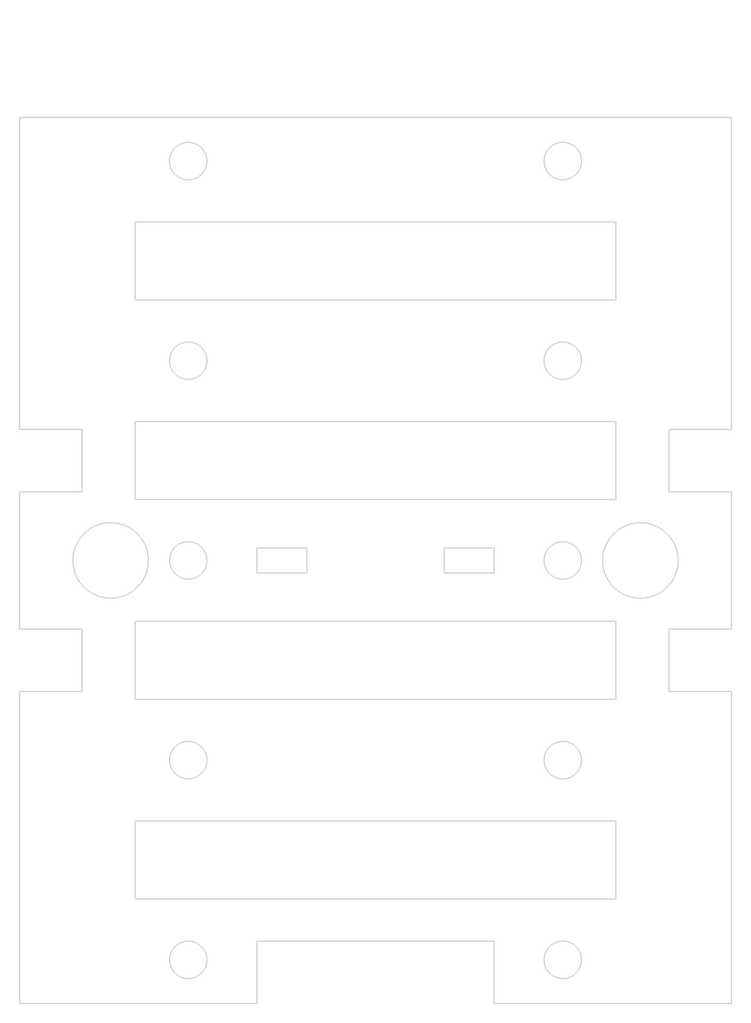
<source format=kicad_pcb>
(kicad_pcb
	(version 20241229)
	(generator "pcbnew")
	(generator_version "9.0")
	(general
		(thickness 4.69)
		(legacy_teardrops no)
	)
	(paper "A4")
	(layers
		(0 "F.Cu" signal)
		(2 "B.Cu" signal)
		(9 "F.Adhes" user "F.Adhesive")
		(11 "B.Adhes" user "B.Adhesive")
		(13 "F.Paste" user)
		(15 "B.Paste" user)
		(5 "F.SilkS" user "F.Silkscreen")
		(7 "B.SilkS" user "B.Silkscreen")
		(1 "F.Mask" user)
		(3 "B.Mask" user)
		(17 "Dwgs.User" user "User.Drawings")
		(19 "Cmts.User" user "User.Comments")
		(21 "Eco1.User" user "User.Eco1")
		(23 "Eco2.User" user "User.Eco2")
		(25 "Edge.Cuts" user)
		(27 "Margin" user)
		(31 "F.CrtYd" user "F.Courtyard")
		(29 "B.CrtYd" user "B.Courtyard")
		(35 "F.Fab" user)
		(33 "B.Fab" user)
		(39 "User.1" user "bonding pads (Si)")
		(41 "User.2" user "cathode strips (Si)")
		(43 "User.3" user "active area (Si)")
		(45 "User.4" user "wirebonds (Si)")
		(47 "User.5" user "handle wafer (Si)")
		(49 "User.6" user "active die (Si)")
		(51 "User.7" user "cathode strips (InGaAs)")
		(53 "User.8" user "bonding pads (InGaAs)")
		(55 "User.9" user "wirebonds (InGaAs)")
	)
	(setup
		(stackup
			(layer "F.SilkS"
				(type "Top Silk Screen")
			)
			(layer "F.Paste"
				(type "Top Solder Paste")
			)
			(layer "F.Mask"
				(type "Top Solder Mask")
				(thickness 0.01)
			)
			(layer "F.Cu"
				(type "copper")
				(thickness 0.035)
			)
			(layer "dielectric 1"
				(type "core")
				(thickness 4.6)
				(material "FR4")
				(epsilon_r 4.5)
				(loss_tangent 0.02)
			)
			(layer "B.Cu"
				(type "copper")
				(thickness 0.035)
			)
			(layer "B.Mask"
				(type "Bottom Solder Mask")
				(thickness 0.01)
			)
			(layer "B.Paste"
				(type "Bottom Solder Paste")
			)
			(layer "B.SilkS"
				(type "Bottom Silk Screen")
			)
			(copper_finish "None")
			(dielectric_constraints no)
		)
		(pad_to_mask_clearance 0.0762)
		(allow_soldermask_bridges_in_footprints no)
		(tenting front back)
		(grid_origin 127 124.5)
		(pcbplotparams
			(layerselection 0x00000000_00000000_5557f5d5_5755f5ff)
			(plot_on_all_layers_selection 0x00000000_00000000_00000000_00000000)
			(disableapertmacros no)
			(usegerberextensions no)
			(usegerberattributes no)
			(usegerberadvancedattributes yes)
			(creategerberjobfile yes)
			(dashed_line_dash_ratio 12.000000)
			(dashed_line_gap_ratio 3.000000)
			(svgprecision 6)
			(plotframeref no)
			(mode 1)
			(useauxorigin no)
			(hpglpennumber 1)
			(hpglpenspeed 20)
			(hpglpendiameter 15.000000)
			(pdf_front_fp_property_popups yes)
			(pdf_back_fp_property_popups yes)
			(pdf_metadata yes)
			(pdf_single_document no)
			(dxfpolygonmode yes)
			(dxfimperialunits yes)
			(dxfusepcbnewfont yes)
			(psnegative no)
			(psa4output no)
			(plot_black_and_white yes)
			(sketchpadsonfab no)
			(plotpadnumbers no)
			(hidednponfab no)
			(sketchdnponfab yes)
			(crossoutdnponfab yes)
			(subtractmaskfromsilk no)
			(outputformat 1)
			(mirror no)
			(drillshape 0)
			(scaleselection 1)
			(outputdirectory "gerbers/")
		)
	)
	(net 0 "")
	(gr_rect
		(start 97 87.5)
		(end 157 161.5)
		(stroke
			(width 0.15)
			(type solid)
		)
		(fill yes)
		(layer "F.Mask")
		(uuid "d565f1a6-5850-4ce1-ac7b-66e7ca6e5744")
	)
	(gr_line
		(start 105.787 124.5)
		(end 148.213 124.5)
		(stroke
			(width 0.01)
			(type default)
		)
		(layer "Eco1.User")
		(uuid "1e0117c2-0a0a-4b21-a92c-66cec770ef2d")
	)
	(gr_circle
		(center 105.787 124.5)
		(end 108.812 124.5)
		(stroke
			(width 0.1)
			(type solid)
		)
		(fill no)
		(layer "Edge.Cuts")
		(uuid "1c174d06-1abb-441f-97a4-a3c630a4c28e")
	)
	(gr_circle
		(center 148.213 124.5)
		(end 151.238 124.5)
		(stroke
			(width 0.1)
			(type solid)
		)
		(fill no)
		(layer "Edge.Cuts")
		(uuid "4173cc3a-54e4-4416-aa77-545bb6009871")
	)
	(gr_circle
		(center 112 92.5)
		(end 113.5 92.5)
		(stroke
			(width 0.1)
			(type default)
		)
		(fill no)
		(layer "Edge.Cuts")
		(uuid "48b5b01a-d65f-4dea-ba27-41f31cbb698c")
	)
	(gr_circle
		(center 142 108.5)
		(end 143.5 108.5)
		(stroke
			(width 0.1)
			(type default)
		)
		(fill no)
		(layer "Edge.Cuts")
		(uuid "4c5929ef-c8ea-47b3-a0eb-c4169875cbc3")
	)
	(gr_rect
		(start 117.5 123.5)
		(end 121.5 125.5)
		(stroke
			(width 0.1)
			(type default)
		)
		(fill no)
		(layer "Edge.Cuts")
		(uuid "5ce35065-b853-4ba7-9363-7a6b0b5b118b")
	)
	(gr_circle
		(center 112 156.5)
		(end 113.5 156.5)
		(stroke
			(width 0.1)
			(type default)
		)
		(fill no)
		(layer "Edge.Cuts")
		(uuid "65412bad-eed4-4ace-a0a8-a665611644fa")
	)
	(gr_circle
		(center 142 92.5)
		(end 143.5 92.5)
		(stroke
			(width 0.1)
			(type default)
		)
		(fill no)
		(layer "Edge.Cuts")
		(uuid "705695a3-6aac-4ece-85c9-fcd6719c4581")
	)
	(gr_poly
		(pts
			(xy 155.5 89) (xy 98.5 89) (xy 98.5 114) (xy 103.5 114) (xy 103.5 119) (xy 98.5 119) (xy 98.5 130)
			(xy 103.5 130) (xy 103.5 135) (xy 98.5 135) (xy 98.5 160) (xy 117.5 160) (xy 117.5 155) (xy 136.5 155)
			(xy 136.5 160) (xy 155.5 160) (xy 155.5 135) (xy 150.5 135) (xy 150.5 130) (xy 155.5 130) (xy 155.5 119)
			(xy 150.5 119) (xy 150.5 114) (xy 155.5 114)
		)
		(stroke
			(width 0.1)
			(type solid)
		)
		(fill no)
		(layer "Edge.Cuts")
		(uuid "7dc3be66-bf8e-4506-8017-17dd4651488b")
	)
	(gr_circle
		(center 112 108.5)
		(end 113.5 108.5)
		(stroke
			(width 0.1)
			(type default)
		)
		(fill no)
		(layer "Edge.Cuts")
		(uuid "7df0012d-b0e3-48a6-98be-8b8dd9bb946a")
	)
	(gr_rect
		(start 107.75 97.375)
		(end 146.25 103.625)
		(stroke
			(width 0.1)
			(type default)
		)
		(fill no)
		(layer "Edge.Cuts")
		(uuid "894319be-4b74-4c22-bda0-c9fdb5651925")
	)
	(gr_circle
		(center 112 140.5)
		(end 113.5 140.5)
		(stroke
			(width 0.1)
			(type default)
		)
		(fill no)
		(layer "Edge.Cuts")
		(uuid "a7dcdcf7-84e4-4e06-a6f3-8a7e145247f8")
	)
	(gr_rect
		(start 107.75 113.375)
		(end 146.25 119.625)
		(stroke
			(width 0.1)
			(type default)
		)
		(fill no)
		(layer "Edge.Cuts")
		(uuid "a7f69062-de2d-4d32-b0de-b705fc428fd6")
	)
	(gr_rect
		(start 132.5 123.5)
		(end 136.5 125.5)
		(stroke
			(width 0.1)
			(type default)
		)
		(fill no)
		(layer "Edge.Cuts")
		(uuid "b5d8b6fa-3868-4fa5-9f7d-ccf8a41dc819")
	)
	(gr_circle
		(center 112 124.5)
		(end 113.5 124.5)
		(stroke
			(width 0.1)
			(type default)
		)
		(fill no)
		(layer "Edge.Cuts")
		(uuid "b608d510-323d-4e52-b669-b19668c6d323")
	)
	(gr_circle
		(center 142 140.5)
		(end 143.5 140.5)
		(stroke
			(width 0.1)
			(type default)
		)
		(fill no)
		(layer "Edge.Cuts")
		(uuid "e98a2240-9e2b-4c47-a289-c034cc831961")
	)
	(gr_circle
		(center 142 156.5)
		(end 143.5 156.5)
		(stroke
			(width 0.1)
			(type default)
		)
		(fill no)
		(layer "Edge.Cuts")
		(uuid "eecd1342-2c6f-4e2d-82a8-888749876b35")
	)
	(gr_circle
		(center 142 124.5)
		(end 143.5 124.5)
		(stroke
			(width 0.1)
			(type default)
		)
		(fill no)
		(layer "Edge.Cuts")
		(uuid "f3fa27d0-0a72-465a-874e-d46b00b99723")
	)
	(gr_rect
		(start 107.75 129.375)
		(end 146.25 135.625)
		(stroke
			(width 0.1)
			(type default)
		)
		(fill no)
		(layer "Edge.Cuts")
		(uuid "f89a3085-35d8-42f2-9e5f-b19bc9ff105e")
	)
	(gr_rect
		(start 107.75 145.375)
		(end 146.25 151.625)
		(stroke
			(width 0.1)
			(type default)
		)
		(fill no)
		(layer "Edge.Cuts")
		(uuid "fc92bf05-a2ce-40e3-afe5-9037447d79bf")
	)
	(gr_text "XRAY->"
		(at 127 84.5 270)
		(layer "Cmts.User")
		(uuid "2d29e847-6928-41aa-99d1-46ad91e9fce5")
		(effects
			(font
				(size 1.5 1.5)
				(thickness 0.3)
				(bold yes)
			)
		)
	)
	(embedded_fonts no)
)

</source>
